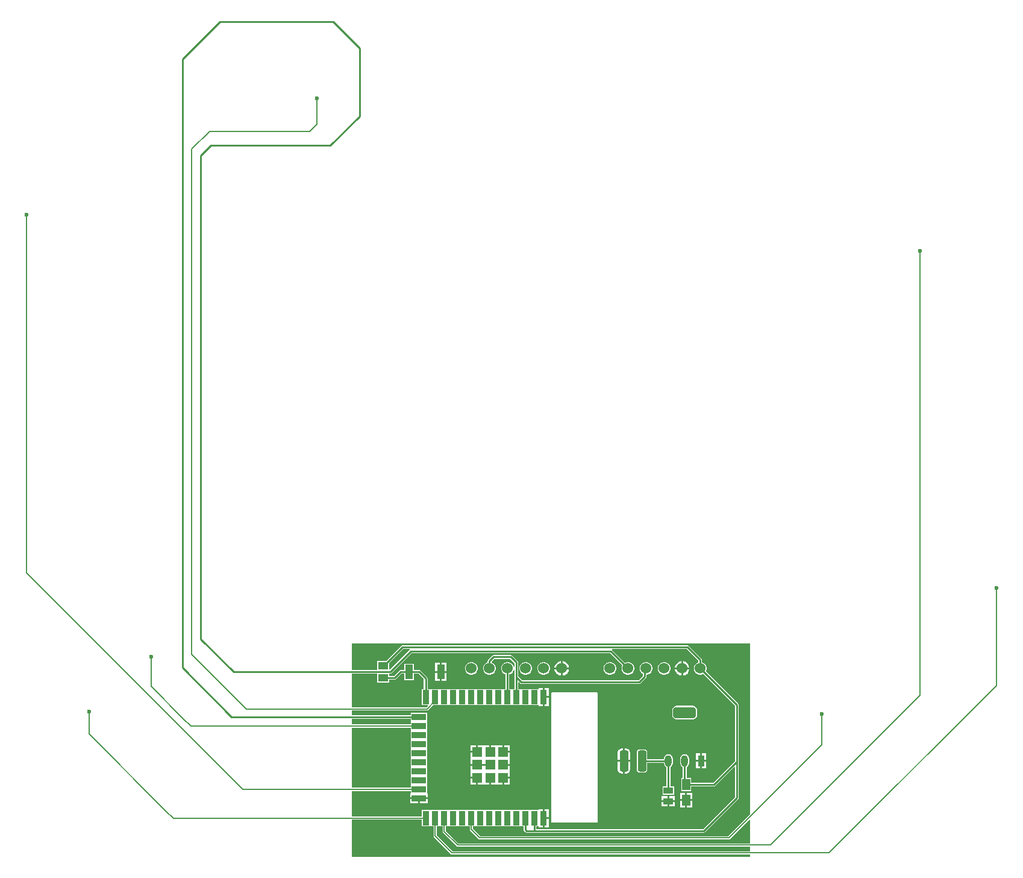
<source format=gbl>
G04*
G04 #@! TF.GenerationSoftware,Altium Limited,Altium Designer,21.1.1 (26)*
G04*
G04 Layer_Physical_Order=2*
G04 Layer_Color=16711680*
%FSLAX25Y25*%
%MOIN*%
G70*
G04*
G04 #@! TF.SameCoordinates,50609B49-341D-4E51-95AC-B49047DEAD09*
G04*
G04*
G04 #@! TF.FilePolarity,Positive*
G04*
G01*
G75*
%ADD10C,0.01000*%
%ADD14C,0.06000*%
%ADD15C,0.02362*%
%ADD16R,0.05315X0.03740*%
G04:AMPARAMS|DCode=17|XSize=63.16mil|YSize=128.43mil|CornerRadius=18.63mil|HoleSize=0mil|Usage=FLASHONLY|Rotation=90.000|XOffset=0mil|YOffset=0mil|HoleType=Round|Shape=RoundedRectangle|*
%AMROUNDEDRECTD17*
21,1,0.06316,0.09117,0,0,90.0*
21,1,0.02590,0.12843,0,0,90.0*
1,1,0.03727,0.04558,0.01295*
1,1,0.03727,0.04558,-0.01295*
1,1,0.03727,-0.04558,-0.01295*
1,1,0.03727,-0.04558,0.01295*
%
%ADD17ROUNDEDRECTD17*%
G04:AMPARAMS|DCode=18|XSize=63.16mil|YSize=37.49mil|CornerRadius=18.74mil|HoleSize=0mil|Usage=FLASHONLY|Rotation=90.000|XOffset=0mil|YOffset=0mil|HoleType=Round|Shape=RoundedRectangle|*
%AMROUNDEDRECTD18*
21,1,0.06316,0.00000,0,0,90.0*
21,1,0.02568,0.03749,0,0,90.0*
1,1,0.03749,0.00000,0.01284*
1,1,0.03749,0.00000,-0.01284*
1,1,0.03749,0.00000,-0.01284*
1,1,0.03749,0.00000,0.01284*
%
%ADD18ROUNDEDRECTD18*%
%ADD19R,0.03749X0.06316*%
%ADD20R,0.04528X0.06102*%
%ADD21R,0.05512X0.04331*%
%ADD22R,0.04134X0.07874*%
%ADD23R,0.05236X0.05236*%
%ADD24R,0.07874X0.03543*%
%ADD25R,0.03543X0.07874*%
G04:AMPARAMS|DCode=26|XSize=47.24mil|YSize=118.11mil|CornerRadius=11.81mil|HoleSize=0mil|Usage=FLASHONLY|Rotation=180.000|XOffset=0mil|YOffset=0mil|HoleType=Round|Shape=RoundedRectangle|*
%AMROUNDEDRECTD26*
21,1,0.04724,0.09449,0,0,180.0*
21,1,0.02362,0.11811,0,0,180.0*
1,1,0.02362,-0.01181,0.04724*
1,1,0.02362,0.01181,0.04724*
1,1,0.02362,0.01181,-0.04724*
1,1,0.02362,-0.01181,-0.04724*
%
%ADD26ROUNDEDRECTD26*%
%ADD27C,0.00709*%
G36*
X231312Y116579D02*
X231160Y116478D01*
X220303Y105620D01*
X219803Y105827D01*
Y109092D01*
X227789Y117079D01*
X231160D01*
X231312Y116579D01*
D02*
G37*
G36*
X391016Y110675D02*
Y109659D01*
X390692Y109572D01*
X389891Y109109D01*
X389237Y108456D01*
X388775Y107655D01*
X388535Y106762D01*
Y105837D01*
X388775Y104944D01*
X389237Y104143D01*
X389891Y103489D01*
X390692Y103027D01*
X391585Y102787D01*
X392510D01*
X393403Y103027D01*
X393693Y103194D01*
X411173Y85714D01*
Y55152D01*
X399179Y43158D01*
X387028D01*
Y45689D01*
X384496D01*
Y51674D01*
X385185Y52134D01*
X385712Y52923D01*
X385897Y53854D01*
Y56422D01*
X385712Y57353D01*
X385185Y58142D01*
X384396Y58669D01*
X383465Y58854D01*
X382534Y58669D01*
X381744Y58142D01*
X381217Y57353D01*
X381032Y56422D01*
Y53854D01*
X381217Y52923D01*
X381744Y52134D01*
X382433Y51674D01*
Y45689D01*
X381476D01*
Y38563D01*
X387028D01*
Y41094D01*
X399606D01*
X400001Y41173D01*
X400336Y41396D01*
X410711Y51772D01*
X411173Y51581D01*
Y35073D01*
X393667Y17567D01*
X301406D01*
Y19035D01*
X302602D01*
Y18547D01*
X304874D01*
Y23484D01*
Y28421D01*
X302602D01*
Y27933D01*
X298091D01*
Y27933D01*
X297657D01*
Y27933D01*
X293158D01*
X293091Y27933D01*
X292657D01*
X292590Y27933D01*
X288158D01*
X288091Y27933D01*
X287657D01*
X287591Y27933D01*
X283157D01*
X283091Y27933D01*
X282658D01*
X282591Y27933D01*
X278157D01*
X278091Y27933D01*
X277658D01*
X277590Y27933D01*
X273158D01*
X273091Y27933D01*
X272657D01*
X272590Y27933D01*
X268158D01*
X268091Y27933D01*
X267657D01*
X267590Y27933D01*
X263158D01*
X263091Y27933D01*
X262657D01*
X262591Y27933D01*
X258157D01*
X258091Y27933D01*
X257658D01*
X257591Y27933D01*
X253157D01*
X253091Y27933D01*
X252658D01*
X252590Y27933D01*
X248091D01*
Y27933D01*
X247657D01*
Y27933D01*
X243091D01*
Y27933D01*
X242657D01*
Y27933D01*
X238091D01*
Y24367D01*
X199213D01*
Y38566D01*
X231988D01*
Y37220D01*
X231500D01*
Y34949D01*
X236437D01*
X241374D01*
Y37220D01*
X240886D01*
Y41665D01*
X240886Y41732D01*
Y42165D01*
X240886Y42232D01*
Y46665D01*
X240886Y46732D01*
Y47165D01*
X240886Y47232D01*
Y51665D01*
X240886Y51732D01*
Y52165D01*
X240886Y52232D01*
Y56665D01*
X240886Y56732D01*
Y57165D01*
X240886Y57232D01*
Y61665D01*
X240886Y61732D01*
Y62165D01*
X240886Y62232D01*
Y66665D01*
X240886Y66732D01*
Y67165D01*
X240886Y67232D01*
Y71665D01*
X240886Y71732D01*
Y72165D01*
X240886Y72232D01*
Y76732D01*
X240886D01*
Y77165D01*
X240886D01*
Y81732D01*
X231988D01*
Y80480D01*
X199213D01*
Y82975D01*
X240984D01*
X241322Y83042D01*
X241609Y83234D01*
X244339Y85965D01*
X247590D01*
X247657Y85965D01*
X248091D01*
X248158Y85965D01*
X252590D01*
X252658Y85965D01*
X253091D01*
X253157Y85965D01*
X257591D01*
X257658Y85965D01*
X258091D01*
X258157Y85965D01*
X262591D01*
X262657Y85965D01*
X263091D01*
X263158Y85965D01*
X267590D01*
X267657Y85965D01*
X268091D01*
X268158Y85965D01*
X272590D01*
X272657Y85965D01*
X273091D01*
X273158Y85965D01*
X277590D01*
X277658Y85965D01*
X278091D01*
X278157Y85965D01*
X282591D01*
X282658Y85965D01*
X283091D01*
X283157Y85965D01*
X287591D01*
X287657Y85965D01*
X288091D01*
X288158Y85965D01*
X292590D01*
X292657Y85965D01*
X293091D01*
X293158Y85965D01*
X297590D01*
X297657Y85965D01*
X298091D01*
X298158Y85965D01*
X302602D01*
Y85476D01*
X304874D01*
Y90413D01*
Y95350D01*
X302602D01*
Y94862D01*
X298158D01*
X298091Y94862D01*
X297657D01*
X297590Y94862D01*
X293158D01*
X293091Y94862D01*
X292657D01*
X292590Y94862D01*
X291406D01*
Y98431D01*
X291868Y98622D01*
X292380Y98110D01*
X292715Y97886D01*
X293109Y97808D01*
X358288D01*
X358683Y97886D01*
X359018Y98110D01*
X361978Y101070D01*
X362201Y101404D01*
X362280Y101799D01*
Y102787D01*
X362510D01*
X363403Y103027D01*
X364204Y103489D01*
X364857Y104143D01*
X365320Y104944D01*
X365559Y105837D01*
Y106762D01*
X365320Y107655D01*
X364857Y108456D01*
X364204Y109109D01*
X363403Y109572D01*
X362510Y109811D01*
X361585D01*
X360692Y109572D01*
X359891Y109109D01*
X359237Y108456D01*
X358775Y107655D01*
X358535Y106762D01*
Y105837D01*
X358775Y104944D01*
X359237Y104143D01*
X359891Y103489D01*
X360216Y103301D01*
Y102226D01*
X357861Y99871D01*
X293537D01*
X291406Y102002D01*
Y109626D01*
X291327Y110021D01*
X291104Y110355D01*
X288131Y113328D01*
X287796Y113551D01*
X287402Y113630D01*
X277559D01*
X277164Y113551D01*
X276830Y113328D01*
X274704Y111202D01*
X274480Y110867D01*
X274401Y110472D01*
Y109659D01*
X274078Y109572D01*
X273277Y109109D01*
X272623Y108456D01*
X272161Y107655D01*
X271921Y106762D01*
Y105837D01*
X272161Y104944D01*
X272623Y104143D01*
X273277Y103489D01*
X274078Y103027D01*
X274971Y102787D01*
X275895D01*
X276789Y103027D01*
X277589Y103489D01*
X278243Y104143D01*
X278706Y104944D01*
X278945Y105837D01*
Y106762D01*
X278706Y107655D01*
X278243Y108456D01*
X277589Y109109D01*
X276789Y109572D01*
X276631Y109614D01*
X276556Y110136D01*
X277986Y111567D01*
X286974D01*
X289342Y109199D01*
Y107210D01*
X288842Y107144D01*
X288705Y107655D01*
X288243Y108456D01*
X287589Y109109D01*
X286789Y109572D01*
X285895Y109811D01*
X284971D01*
X284078Y109572D01*
X283277Y109109D01*
X282623Y108456D01*
X282161Y107655D01*
X281921Y106762D01*
Y105837D01*
X282161Y104944D01*
X282623Y104143D01*
X283277Y103489D01*
X284078Y103027D01*
X284401Y102940D01*
Y94862D01*
X283157D01*
X283091Y94862D01*
X282658D01*
X282591Y94862D01*
X278157D01*
X278091Y94862D01*
X277658D01*
X277590Y94862D01*
X273158D01*
X273091Y94862D01*
X272657D01*
X272590Y94862D01*
X268158D01*
X268091Y94862D01*
X267657D01*
X267590Y94862D01*
X263158D01*
X263091Y94862D01*
X262657D01*
X262591Y94862D01*
X258157D01*
X258091Y94862D01*
X257658D01*
X257591Y94862D01*
X253157D01*
X253091Y94862D01*
X252658D01*
X252590Y94862D01*
X248158D01*
X248091Y94862D01*
X247657D01*
X247590Y94862D01*
X243158D01*
X243091Y94862D01*
Y94862D01*
X242657D01*
Y94862D01*
X241189D01*
Y100787D01*
X241111Y101182D01*
X240887Y101517D01*
X237344Y105060D01*
X237009Y105284D01*
X236614Y105362D01*
X233583D01*
Y108780D01*
X228425D01*
Y105362D01*
X226378D01*
X225983Y105284D01*
X225648Y105060D01*
X222604Y102016D01*
X219803D01*
Y103299D01*
X220472D01*
X220867Y103378D01*
X221202Y103601D01*
X232317Y114716D01*
X342171D01*
X348942Y107945D01*
X348775Y107655D01*
X348535Y106762D01*
Y105837D01*
X348775Y104944D01*
X349237Y104143D01*
X349891Y103489D01*
X350692Y103027D01*
X351585Y102787D01*
X352510D01*
X353403Y103027D01*
X354204Y103489D01*
X354857Y104143D01*
X355320Y104944D01*
X355559Y105837D01*
Y106762D01*
X355320Y107655D01*
X354857Y108456D01*
X354204Y109109D01*
X353403Y109572D01*
X352510Y109811D01*
X351585D01*
X350692Y109572D01*
X350401Y109404D01*
X343328Y116478D01*
X343177Y116579D01*
X343328Y117079D01*
X384612D01*
X391016Y110675D01*
D02*
G37*
G36*
X239126Y100360D02*
Y94862D01*
X238091D01*
Y85965D01*
X241188D01*
X241380Y85503D01*
X240618Y84741D01*
X199213D01*
Y103299D01*
X213268D01*
Y98307D01*
X219803D01*
Y99953D01*
X223031D01*
X223426Y100031D01*
X223761Y100255D01*
X226805Y103299D01*
X228425D01*
Y99882D01*
X233583D01*
Y103299D01*
X236187D01*
X239126Y100360D01*
D02*
G37*
G36*
X289342Y105389D02*
Y101575D01*
Y94862D01*
X288158D01*
X288091Y94862D01*
X287657D01*
X287591Y94862D01*
X286465D01*
Y102940D01*
X286789Y103027D01*
X287589Y103489D01*
X288243Y104143D01*
X288705Y104944D01*
X288842Y105454D01*
X289342Y105389D01*
D02*
G37*
G36*
X231988Y77165D02*
X231988D01*
Y76732D01*
X231988D01*
Y75332D01*
X199213D01*
Y78417D01*
X231988D01*
Y77165D01*
D02*
G37*
G36*
Y72232D02*
X231988Y72165D01*
Y71732D01*
X231988Y71665D01*
Y67232D01*
X231988Y67165D01*
Y66732D01*
X231988Y66665D01*
Y62232D01*
X231988Y62165D01*
Y61732D01*
X231988Y61665D01*
Y57232D01*
X231988Y57165D01*
Y56732D01*
X231988Y56665D01*
Y52232D01*
X231988Y52165D01*
Y51732D01*
X231988Y51665D01*
Y47232D01*
X231988Y47165D01*
Y46732D01*
X231988Y46665D01*
Y42232D01*
X231988Y42165D01*
Y41732D01*
X231988Y41665D01*
Y40332D01*
X199213D01*
Y73566D01*
X231988D01*
Y72232D01*
D02*
G37*
G36*
X249491Y16161D02*
X249558Y15823D01*
X249750Y15537D01*
X257250Y8037D01*
X257536Y7846D01*
X257874Y7778D01*
X419685D01*
Y5214D01*
X255090D01*
X246257Y14047D01*
Y19035D01*
X247657D01*
Y19035D01*
X248091D01*
Y19035D01*
X249491D01*
Y16161D01*
D02*
G37*
G36*
X419685Y25658D02*
X407508Y13482D01*
X270444D01*
X266257Y17669D01*
Y19035D01*
X267590D01*
X267657Y19035D01*
X268091D01*
X268158Y19035D01*
X272590D01*
X272657Y19035D01*
X273091D01*
X273158Y19035D01*
X277590D01*
X277658Y19035D01*
X278091D01*
X278157Y19035D01*
X282591D01*
X282658Y19035D01*
X283091D01*
X283157Y19035D01*
X287591D01*
X287657Y19035D01*
X288091D01*
X288158Y19035D01*
X292590D01*
X292657Y19035D01*
X293091D01*
X293158Y19035D01*
X294244D01*
Y17121D01*
X294322Y16726D01*
X294546Y16392D01*
X295132Y15806D01*
X295467Y15582D01*
X295861Y15504D01*
X394094D01*
X394489Y15582D01*
X394824Y15806D01*
X412934Y33916D01*
X413158Y34251D01*
X413236Y34646D01*
Y54724D01*
Y86142D01*
X413158Y86537D01*
X412934Y86871D01*
X395152Y104653D01*
X395320Y104944D01*
X395559Y105837D01*
Y106762D01*
X395320Y107655D01*
X394857Y108456D01*
X394203Y109109D01*
X393403Y109572D01*
X393079Y109659D01*
Y111102D01*
X393000Y111497D01*
X392777Y111832D01*
X385769Y118840D01*
X385434Y119063D01*
X385039Y119142D01*
X227362D01*
X226967Y119063D01*
X226633Y118840D01*
X218344Y110551D01*
X218049D01*
X217950Y110571D01*
X217850Y110551D01*
X213268D01*
Y105362D01*
X199213D01*
Y120079D01*
X419685D01*
Y25658D01*
D02*
G37*
G36*
Y22507D02*
Y9544D01*
X258240D01*
X251257Y16527D01*
Y19035D01*
X252590D01*
X252658Y19035D01*
X253091D01*
X253157Y19035D01*
X257591D01*
X257658Y19035D01*
X258091D01*
X258157Y19035D01*
X262591D01*
X262657Y19035D01*
X263091D01*
X263158Y19035D01*
X264491D01*
Y17303D01*
X264558Y16965D01*
X264750Y16679D01*
X269454Y11974D01*
X269741Y11783D01*
X270079Y11715D01*
X407874D01*
X408212Y11783D01*
X408498Y11974D01*
X419223Y22699D01*
X419685Y22507D01*
D02*
G37*
G36*
X238091Y19035D02*
X242657D01*
Y19035D01*
X243091D01*
Y19035D01*
X244491D01*
Y13681D01*
X244558Y13343D01*
X244750Y13057D01*
X254100Y3706D01*
X254386Y3515D01*
X254724Y3448D01*
X419685D01*
Y1969D01*
X199213D01*
Y22601D01*
X238091D01*
Y19035D01*
D02*
G37*
%LPC*%
G36*
X382574Y110299D02*
X382547D01*
Y106799D01*
X386047D01*
Y106826D01*
X385775Y107843D01*
X385248Y108755D01*
X384503Y109500D01*
X383591Y110027D01*
X382574Y110299D01*
D02*
G37*
G36*
X381547D02*
X381521D01*
X380503Y110027D01*
X379591Y109500D01*
X378846Y108755D01*
X378320Y107843D01*
X378047Y106826D01*
Y106799D01*
X381547D01*
Y110299D01*
D02*
G37*
G36*
X315960D02*
X315933D01*
Y106799D01*
X319433D01*
Y106826D01*
X319161Y107843D01*
X318634Y108755D01*
X317889Y109500D01*
X316977Y110027D01*
X315960Y110299D01*
D02*
G37*
G36*
X314933D02*
X314907D01*
X313889Y110027D01*
X312977Y109500D01*
X312232Y108755D01*
X311706Y107843D01*
X311433Y106826D01*
Y106799D01*
X314933D01*
Y110299D01*
D02*
G37*
G36*
X251590Y109268D02*
X249024D01*
Y104831D01*
X251590D01*
Y109268D01*
D02*
G37*
G36*
X248024D02*
X245457D01*
Y104831D01*
X248024D01*
Y109268D01*
D02*
G37*
G36*
X372510Y109811D02*
X371585D01*
X370692Y109572D01*
X369891Y109109D01*
X369237Y108456D01*
X368775Y107655D01*
X368535Y106762D01*
Y105837D01*
X368775Y104944D01*
X369237Y104143D01*
X369891Y103489D01*
X370692Y103027D01*
X371585Y102787D01*
X372510D01*
X373403Y103027D01*
X374203Y103489D01*
X374857Y104143D01*
X375320Y104944D01*
X375559Y105837D01*
Y106762D01*
X375320Y107655D01*
X374857Y108456D01*
X374203Y109109D01*
X373403Y109572D01*
X372510Y109811D01*
D02*
G37*
G36*
X342510D02*
X341585D01*
X340692Y109572D01*
X339891Y109109D01*
X339237Y108456D01*
X338775Y107655D01*
X338535Y106762D01*
Y105837D01*
X338775Y104944D01*
X339237Y104143D01*
X339891Y103489D01*
X340692Y103027D01*
X341585Y102787D01*
X342510D01*
X343403Y103027D01*
X344203Y103489D01*
X344857Y104143D01*
X345320Y104944D01*
X345559Y105837D01*
Y106762D01*
X345320Y107655D01*
X344857Y108456D01*
X344203Y109109D01*
X343403Y109572D01*
X342510Y109811D01*
D02*
G37*
G36*
X305895D02*
X304971D01*
X304078Y109572D01*
X303277Y109109D01*
X302623Y108456D01*
X302161Y107655D01*
X301921Y106762D01*
Y105837D01*
X302161Y104944D01*
X302623Y104143D01*
X303277Y103489D01*
X304078Y103027D01*
X304971Y102787D01*
X305895D01*
X306789Y103027D01*
X307589Y103489D01*
X308243Y104143D01*
X308705Y104944D01*
X308945Y105837D01*
Y106762D01*
X308705Y107655D01*
X308243Y108456D01*
X307589Y109109D01*
X306789Y109572D01*
X305895Y109811D01*
D02*
G37*
G36*
X295895D02*
X294971D01*
X294078Y109572D01*
X293277Y109109D01*
X292623Y108456D01*
X292161Y107655D01*
X291921Y106762D01*
Y105837D01*
X292161Y104944D01*
X292623Y104143D01*
X293277Y103489D01*
X294078Y103027D01*
X294971Y102787D01*
X295895D01*
X296789Y103027D01*
X297589Y103489D01*
X298243Y104143D01*
X298706Y104944D01*
X298945Y105837D01*
Y106762D01*
X298706Y107655D01*
X298243Y108456D01*
X297589Y109109D01*
X296789Y109572D01*
X295895Y109811D01*
D02*
G37*
G36*
X265895D02*
X264971D01*
X264078Y109572D01*
X263277Y109109D01*
X262623Y108456D01*
X262161Y107655D01*
X261921Y106762D01*
Y105837D01*
X262161Y104944D01*
X262623Y104143D01*
X263277Y103489D01*
X264078Y103027D01*
X264971Y102787D01*
X265895D01*
X266789Y103027D01*
X267589Y103489D01*
X268243Y104143D01*
X268706Y104944D01*
X268945Y105837D01*
Y106762D01*
X268706Y107655D01*
X268243Y108456D01*
X267589Y109109D01*
X266789Y109572D01*
X265895Y109811D01*
D02*
G37*
G36*
X386047Y105799D02*
X382547D01*
Y102299D01*
X382574D01*
X383591Y102572D01*
X384503Y103098D01*
X385248Y103843D01*
X385775Y104755D01*
X386047Y105773D01*
Y105799D01*
D02*
G37*
G36*
X381547D02*
X378047D01*
Y105773D01*
X378320Y104755D01*
X378846Y103843D01*
X379591Y103098D01*
X380503Y102572D01*
X381521Y102299D01*
X381547D01*
Y105799D01*
D02*
G37*
G36*
X319433D02*
X315933D01*
Y102299D01*
X315960D01*
X316977Y102572D01*
X317889Y103098D01*
X318634Y103843D01*
X319161Y104755D01*
X319433Y105773D01*
Y105799D01*
D02*
G37*
G36*
X314933D02*
X311433D01*
Y105773D01*
X311706Y104755D01*
X312232Y103843D01*
X312977Y103098D01*
X313889Y102572D01*
X314907Y102299D01*
X314933D01*
Y105799D01*
D02*
G37*
G36*
X251590Y103831D02*
X249024D01*
Y99394D01*
X251590D01*
Y103831D01*
D02*
G37*
G36*
X248024D02*
X245457D01*
Y99394D01*
X248024D01*
Y103831D01*
D02*
G37*
G36*
X308146Y95350D02*
X305874D01*
Y90913D01*
X308146D01*
Y95350D01*
D02*
G37*
G36*
Y89913D02*
X305874D01*
Y85476D01*
X308146D01*
Y89913D01*
D02*
G37*
G36*
X388023Y85587D02*
X378906D01*
X377980Y85402D01*
X377194Y84877D01*
X376669Y84092D01*
X376485Y83165D01*
Y80575D01*
X376669Y79649D01*
X377194Y78863D01*
X377980Y78338D01*
X378906Y78154D01*
X388023D01*
X388949Y78338D01*
X389735Y78863D01*
X390260Y79649D01*
X390444Y80575D01*
Y83165D01*
X390260Y84092D01*
X389735Y84877D01*
X388949Y85402D01*
X388023Y85587D01*
D02*
G37*
G36*
X268122Y63854D02*
X265004D01*
Y60736D01*
X268122D01*
Y63854D01*
D02*
G37*
G36*
X286689D02*
X283571D01*
Y60736D01*
X286689D01*
Y63854D01*
D02*
G37*
G36*
X282571D02*
X276346D01*
Y60236D01*
X275346D01*
Y63854D01*
X269122D01*
Y60236D01*
X268622D01*
Y59736D01*
X265004D01*
Y56618D01*
Y53512D01*
X268622D01*
Y52512D01*
X265004D01*
Y49394D01*
Y46287D01*
X268622D01*
Y45787D01*
X269122D01*
Y42169D01*
X275346D01*
Y45787D01*
X276346D01*
Y42169D01*
X282571D01*
Y45787D01*
X283071D01*
Y46287D01*
X286689D01*
Y49394D01*
Y52512D01*
X283071D01*
Y53512D01*
X286689D01*
Y56618D01*
Y59736D01*
X283071D01*
Y60236D01*
X282571D01*
Y63854D01*
D02*
G37*
G36*
X395355Y59296D02*
X392980D01*
Y55638D01*
X395355D01*
Y59296D01*
D02*
G37*
G36*
X391980D02*
X389606D01*
Y55638D01*
X391980D01*
Y59296D01*
D02*
G37*
G36*
X351024Y62066D02*
X350342D01*
Y55618D01*
X353247D01*
Y59842D01*
X353078Y60694D01*
X352596Y61415D01*
X351875Y61897D01*
X351024Y62066D01*
D02*
G37*
G36*
X349342D02*
X348661D01*
X347810Y61897D01*
X347089Y61415D01*
X346607Y60694D01*
X346438Y59842D01*
Y55618D01*
X349342D01*
Y62066D01*
D02*
G37*
G36*
X395355Y54638D02*
X392980D01*
Y50980D01*
X395355D01*
Y54638D01*
D02*
G37*
G36*
X391980D02*
X389606D01*
Y50980D01*
X391980D01*
Y54638D01*
D02*
G37*
G36*
X353247Y54618D02*
X350342D01*
Y48170D01*
X351024D01*
X351875Y48339D01*
X352596Y48821D01*
X353078Y49543D01*
X353247Y50394D01*
Y54618D01*
D02*
G37*
G36*
X349342D02*
X346438D01*
Y50394D01*
X346607Y49543D01*
X347089Y48821D01*
X347810Y48339D01*
X348661Y48170D01*
X349342D01*
Y54618D01*
D02*
G37*
G36*
X286689Y45287D02*
X283571D01*
Y42169D01*
X286689D01*
Y45287D01*
D02*
G37*
G36*
X268122Y45287D02*
X265004D01*
Y42169D01*
X268122D01*
Y45287D01*
D02*
G37*
G36*
X361024Y61569D02*
X358661D01*
X358001Y61437D01*
X357441Y61063D01*
X357067Y60503D01*
X356935Y59842D01*
Y50394D01*
X357067Y49733D01*
X357441Y49173D01*
X358001Y48799D01*
X358661Y48668D01*
X361024D01*
X361684Y48799D01*
X362244Y49173D01*
X362618Y49733D01*
X362750Y50394D01*
Y54106D01*
X372016D01*
Y53854D01*
X372201Y52923D01*
X372728Y52134D01*
X373417Y51674D01*
Y41161D01*
X371240D01*
Y36398D01*
X377579D01*
Y41161D01*
X375481D01*
Y51674D01*
X376169Y52134D01*
X376696Y52923D01*
X376882Y53854D01*
Y56422D01*
X376696Y57353D01*
X376169Y58142D01*
X375380Y58669D01*
X374449Y58854D01*
X373518Y58669D01*
X372728Y58142D01*
X372201Y57353D01*
X372016Y56422D01*
Y56169D01*
X362750D01*
Y59842D01*
X362618Y60503D01*
X362244Y61063D01*
X361684Y61437D01*
X361024Y61569D01*
D02*
G37*
G36*
X387516Y37516D02*
X384752D01*
Y33965D01*
X387516D01*
Y37516D01*
D02*
G37*
G36*
X383752D02*
X380988D01*
Y33965D01*
X383752D01*
Y37516D01*
D02*
G37*
G36*
X378067Y35744D02*
X374909D01*
Y33374D01*
X378067D01*
Y35744D01*
D02*
G37*
G36*
X373909D02*
X370752D01*
Y33374D01*
X373909D01*
Y35744D01*
D02*
G37*
G36*
X241374Y33949D02*
X236937D01*
Y31677D01*
X241374D01*
Y33949D01*
D02*
G37*
G36*
X235937D02*
X231500D01*
Y31677D01*
X235937D01*
Y33949D01*
D02*
G37*
G36*
X378067Y32374D02*
X374909D01*
Y30004D01*
X378067D01*
Y32374D01*
D02*
G37*
G36*
X373909D02*
X370752D01*
Y30004D01*
X373909D01*
Y32374D01*
D02*
G37*
G36*
X387516Y32965D02*
X384752D01*
Y29413D01*
X387516D01*
Y32965D01*
D02*
G37*
G36*
X383752D02*
X380988D01*
Y29413D01*
X383752D01*
Y32965D01*
D02*
G37*
G36*
X308146Y28421D02*
X305874D01*
Y23984D01*
X308146D01*
Y28421D01*
D02*
G37*
G36*
X334862Y92936D02*
X310059D01*
X309667Y92773D01*
X309505Y92382D01*
Y21515D01*
X309667Y21124D01*
X310059Y20961D01*
X334862D01*
X335254Y21124D01*
X335416Y21515D01*
Y92382D01*
X335254Y92773D01*
X334862Y92936D01*
D02*
G37*
G36*
X308146Y22984D02*
X305874D01*
Y18547D01*
X308146D01*
Y22984D01*
D02*
G37*
%LPD*%
D10*
X240158Y90630D02*
Y100787D01*
Y90630D02*
X240374Y90413D01*
X236614Y104331D02*
X240158Y100787D01*
X277559Y112598D02*
X287402D01*
X290374Y101575D02*
Y109626D01*
X287402Y112598D02*
X290374Y109626D01*
X275433Y106299D02*
Y110472D01*
X277559Y112598D01*
X105512Y106693D02*
Y442913D01*
X126378Y463779D01*
X188976D01*
X187402Y395276D02*
X203543Y411417D01*
Y449213D01*
X188976Y463779D02*
X203543Y449213D01*
X121260Y395276D02*
X187402D01*
X384252Y42126D02*
X399606D01*
X383465Y42913D02*
Y55138D01*
Y42913D02*
X384252Y42126D01*
X215729Y107319D02*
X217950Y109539D01*
X231890Y115748D02*
X342598D01*
X220472Y104331D02*
X231890Y115748D01*
X342598D02*
X352047Y106299D01*
X226378Y104331D02*
X231004D01*
X216535Y100984D02*
X223031D01*
X226378Y104331D01*
X231004D02*
X236614D01*
X216535Y107874D02*
X217126D01*
X227362Y118110D01*
X385039D01*
X133858Y104331D02*
X220472D01*
X214315Y107319D02*
X215729D01*
X115748Y122441D02*
X133858Y104331D01*
X385039Y118110D02*
X392047Y111102D01*
X412205Y54724D02*
Y86142D01*
Y34646D02*
Y54724D01*
X399606Y42126D02*
X412205Y54724D01*
X359862Y55138D02*
X374449D01*
X359842Y55118D02*
X359862Y55138D01*
X374410Y38780D02*
X374449Y38819D01*
Y55138D01*
X392047Y106299D02*
X412205Y86142D01*
X300374Y16535D02*
X394094D01*
X412205Y34646D01*
X392047Y106299D02*
Y111102D01*
X300374Y16535D02*
Y23484D01*
X115748Y122441D02*
Y389764D01*
X105512Y106693D02*
X132756Y79449D01*
X236437D01*
X293109Y98839D02*
X358288D01*
X290374Y101575D02*
X293109Y98839D01*
X358288D02*
X361248Y101799D01*
Y105500D02*
X362047Y106299D01*
X361248Y101799D02*
Y105500D01*
X115748Y389764D02*
X121260Y395276D01*
X290374Y90413D02*
Y101575D01*
X268622Y53012D02*
X275847D01*
X295861Y16535D02*
X300374D01*
X295276Y17121D02*
X295861Y16535D01*
X295276Y17121D02*
Y23386D01*
X285433Y90472D02*
Y106299D01*
X295276Y23386D02*
X295374Y23484D01*
D14*
X372047Y106299D02*
D03*
X382047D02*
D03*
X392047D02*
D03*
X362047D02*
D03*
X352047D02*
D03*
X342047D02*
D03*
X295433D02*
D03*
X305433D02*
D03*
X315433D02*
D03*
X285433D02*
D03*
X275433D02*
D03*
X265433D02*
D03*
D15*
X555905Y150787D02*
D03*
X513779Y337008D02*
D03*
X88189Y112598D02*
D03*
X53937Y82284D02*
D03*
X459449Y81102D02*
D03*
X179921Y421260D02*
D03*
X19291Y357087D02*
D03*
D16*
X374410Y38780D02*
D03*
Y32874D02*
D03*
D17*
X383465Y81870D02*
D03*
D18*
X374449Y55138D02*
D03*
X383465D02*
D03*
D19*
X392480D02*
D03*
D20*
X384252Y42126D02*
D03*
Y33465D02*
D03*
D21*
X216535Y107874D02*
D03*
Y100984D02*
D03*
D22*
X248524Y104331D02*
D03*
X231004D02*
D03*
D23*
X268622Y60236D02*
D03*
Y53012D02*
D03*
Y45787D02*
D03*
X275847Y60236D02*
D03*
Y53012D02*
D03*
Y45787D02*
D03*
X283071Y60236D02*
D03*
Y53012D02*
D03*
Y45787D02*
D03*
D24*
X236437Y79449D02*
D03*
Y74449D02*
D03*
Y69449D02*
D03*
Y64449D02*
D03*
Y59449D02*
D03*
Y54449D02*
D03*
Y49449D02*
D03*
Y44449D02*
D03*
Y39449D02*
D03*
Y34449D02*
D03*
D25*
X305374Y90413D02*
D03*
X300374D02*
D03*
X295374D02*
D03*
X290374D02*
D03*
X285374D02*
D03*
X280374D02*
D03*
X275374D02*
D03*
X270374D02*
D03*
X265374D02*
D03*
X260374D02*
D03*
X255374D02*
D03*
X250374D02*
D03*
X245374D02*
D03*
X240374D02*
D03*
Y23484D02*
D03*
X245374D02*
D03*
X250374D02*
D03*
X255374D02*
D03*
X260374D02*
D03*
X265374D02*
D03*
X270374D02*
D03*
X275374D02*
D03*
X280374D02*
D03*
X285374D02*
D03*
X290374D02*
D03*
X295374D02*
D03*
X300374D02*
D03*
X305374D02*
D03*
D26*
X359842Y55118D02*
D03*
X349843D02*
D03*
D27*
X270079Y12598D02*
X407874D01*
X459449Y64173D01*
X265374Y17303D02*
X270079Y12598D01*
X257874Y8661D02*
X431102D01*
X250374Y16161D02*
X257874Y8661D01*
X431102D02*
X513779Y91339D01*
X110630Y114173D02*
X140945Y83858D01*
X110630Y393307D02*
X120472Y403150D01*
X110630Y114173D02*
Y393307D01*
X19291Y159055D02*
X138898Y39449D01*
X19291Y159055D02*
Y357087D01*
X138898Y39449D02*
X236437D01*
X140945Y83858D02*
X240984D01*
X120472Y403150D02*
X175984D01*
X179921Y407087D01*
X240984Y83858D02*
X245374Y88248D01*
Y90413D01*
X110197Y74449D02*
X236437D01*
X106122Y78524D02*
X110197Y74449D01*
X96457Y27559D02*
X100531Y23484D01*
X240374D01*
X179921Y407087D02*
Y421260D01*
X88189Y96457D02*
Y112598D01*
Y96457D02*
X106122Y78524D01*
X254724Y4331D02*
X463386D01*
X555905Y96850D01*
X245374Y13681D02*
X254724Y4331D01*
X555905Y96850D02*
Y150787D01*
X245374Y13681D02*
Y23484D01*
X250374Y16161D02*
Y23484D01*
X513779Y91339D02*
Y337008D01*
X459449Y64173D02*
Y81102D01*
X265374Y17303D02*
Y23484D01*
X285374Y90413D02*
X285433Y90472D01*
X53937Y70079D02*
Y82284D01*
Y70079D02*
X96457Y27559D01*
M02*

</source>
